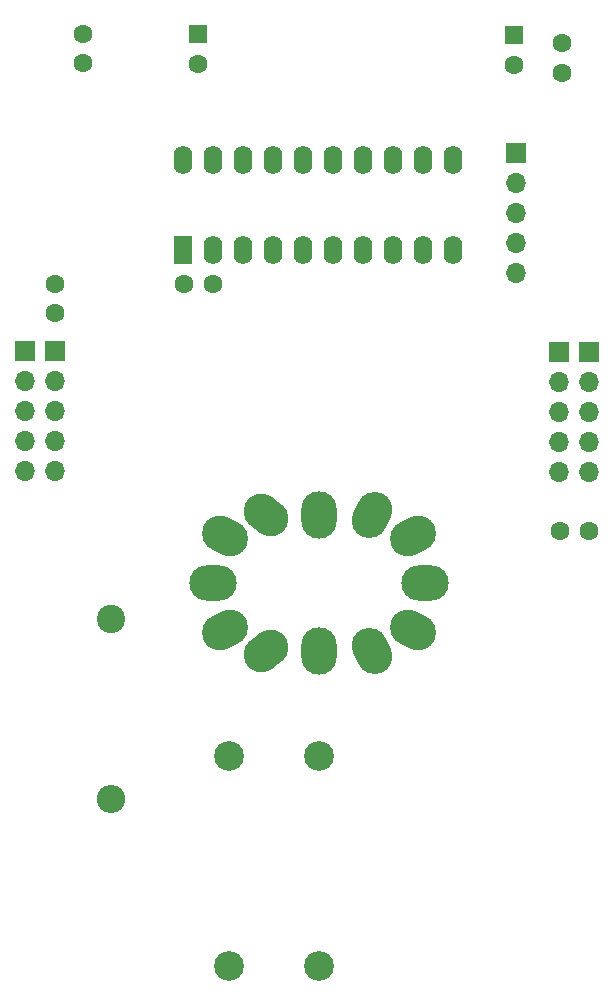
<source format=gbr>
%TF.GenerationSoftware,KiCad,Pcbnew,8.0.8*%
%TF.CreationDate,2025-02-27T12:07:19-08:00*%
%TF.ProjectId,proto,70726f74-6f2e-46b6-9963-61645f706362,rev?*%
%TF.SameCoordinates,Original*%
%TF.FileFunction,Soldermask,Bot*%
%TF.FilePolarity,Negative*%
%FSLAX46Y46*%
G04 Gerber Fmt 4.6, Leading zero omitted, Abs format (unit mm)*
G04 Created by KiCad (PCBNEW 8.0.8) date 2025-02-27 12:07:19*
%MOMM*%
%LPD*%
G01*
G04 APERTURE LIST*
G04 Aperture macros list*
%AMHorizOval*
0 Thick line with rounded ends*
0 $1 width*
0 $2 $3 position (X,Y) of the first rounded end (center of the circle)*
0 $4 $5 position (X,Y) of the second rounded end (center of the circle)*
0 Add line between two ends*
20,1,$1,$2,$3,$4,$5,0*
0 Add two circle primitives to create the rounded ends*
1,1,$1,$2,$3*
1,1,$1,$4,$5*%
G04 Aperture macros list end*
%ADD10C,2.524000*%
%ADD11R,1.600000X1.600000*%
%ADD12C,1.600000*%
%ADD13R,1.700000X1.700000*%
%ADD14O,1.700000X1.700000*%
%ADD15HorizOval,3.000000X-0.447077X0.223880X0.447077X-0.223880X0*%
%ADD16HorizOval,3.000000X-0.394005X0.307831X0.394005X-0.307831X0*%
%ADD17O,3.000000X4.000000*%
%ADD18HorizOval,3.000000X-0.223880X-0.447077X0.223880X0.447077X0*%
%ADD19HorizOval,3.000000X-0.447077X-0.223880X0.447077X0.223880X0*%
%ADD20O,4.000000X3.000000*%
%ADD21HorizOval,3.000000X-0.447077X0.223880X0.447077X-0.223880X0*%
%ADD22HorizOval,3.000000X-0.223880X0.447077X0.223880X-0.447077X0*%
%ADD23HorizOval,3.000000X0.394005X0.307831X-0.394005X-0.307831X0*%
%ADD24HorizOval,3.000000X0.447077X0.223880X-0.447077X-0.223880X0*%
%ADD25C,2.400000*%
%ADD26O,2.400000X2.400000*%
%ADD27R,1.600000X2.400000*%
%ADD28O,1.600000X2.400000*%
G04 APERTURE END LIST*
D10*
%TO.C,S1*%
X101780000Y-160230000D03*
X101780000Y-178010000D03*
X109400000Y-178010000D03*
X109400000Y-160230000D03*
%TD*%
D11*
%TO.C,C1*%
X125950000Y-99174888D03*
D12*
X125950000Y-101674888D03*
%TD*%
D13*
%TO.C,J2*%
X132290000Y-126005000D03*
D14*
X132290000Y-128545000D03*
X132290000Y-131085000D03*
X132290000Y-133625000D03*
X132290000Y-136165000D03*
%TD*%
D12*
%TO.C,C5*%
X130000000Y-99890000D03*
X130000000Y-102390000D03*
%TD*%
%TO.C,C6*%
X87060000Y-122730000D03*
X87060000Y-120230000D03*
%TD*%
D13*
%TO.C,J1*%
X126060000Y-109140000D03*
D14*
X126060000Y-111680000D03*
X126060000Y-114220000D03*
X126060000Y-116760000D03*
X126060000Y-119300000D03*
%TD*%
D12*
%TO.C,C2*%
X132290000Y-141190000D03*
X129790000Y-141190000D03*
%TD*%
D15*
%TO.C,N1*%
X101400000Y-141560000D03*
D16*
X104900000Y-139810000D03*
D17*
X109400000Y-139810000D03*
D18*
X113900000Y-139810000D03*
D19*
X117400000Y-141560000D03*
D20*
X118400000Y-145560000D03*
D21*
X117400000Y-149560000D03*
D22*
X113900000Y-151310000D03*
D17*
X109400000Y-151310000D03*
D23*
X104900000Y-151310000D03*
D24*
X101400000Y-149560000D03*
D20*
X100400000Y-145560000D03*
%TD*%
D25*
%TO.C,R1*%
X91830000Y-148580000D03*
D26*
X91830000Y-163820000D03*
%TD*%
D13*
%TO.C,J4*%
X129750000Y-126000000D03*
D14*
X129750000Y-128540000D03*
X129750000Y-131080000D03*
X129750000Y-133620000D03*
X129750000Y-136160000D03*
%TD*%
D27*
%TO.C,U2*%
X97910000Y-117400000D03*
D28*
X100450000Y-117400000D03*
X102990000Y-117400000D03*
X105530000Y-117400000D03*
X108070000Y-117400000D03*
X110610000Y-117400000D03*
X113150000Y-117400000D03*
X115690000Y-117400000D03*
X118230000Y-117400000D03*
X120770000Y-117400000D03*
X120770000Y-109780000D03*
X118230000Y-109780000D03*
X115690000Y-109780000D03*
X113150000Y-109780000D03*
X110610000Y-109780000D03*
X108070000Y-109780000D03*
X105530000Y-109780000D03*
X102990000Y-109780000D03*
X100450000Y-109780000D03*
X97910000Y-109780000D03*
%TD*%
D13*
%TO.C,J5*%
X87030000Y-125950000D03*
D14*
X87030000Y-128490000D03*
X87030000Y-131030000D03*
X87030000Y-133570000D03*
X87030000Y-136110000D03*
%TD*%
D12*
%TO.C,C7*%
X100440000Y-120220000D03*
X97940000Y-120220000D03*
%TD*%
D13*
%TO.C,J3*%
X84480000Y-125920000D03*
D14*
X84480000Y-128460000D03*
X84480000Y-131000000D03*
X84480000Y-133540000D03*
X84480000Y-136080000D03*
%TD*%
D11*
%TO.C,C3*%
X99160000Y-99124888D03*
D12*
X99160000Y-101624888D03*
%TD*%
%TO.C,C4*%
X89450000Y-99050000D03*
X89450000Y-101550000D03*
%TD*%
M02*

</source>
